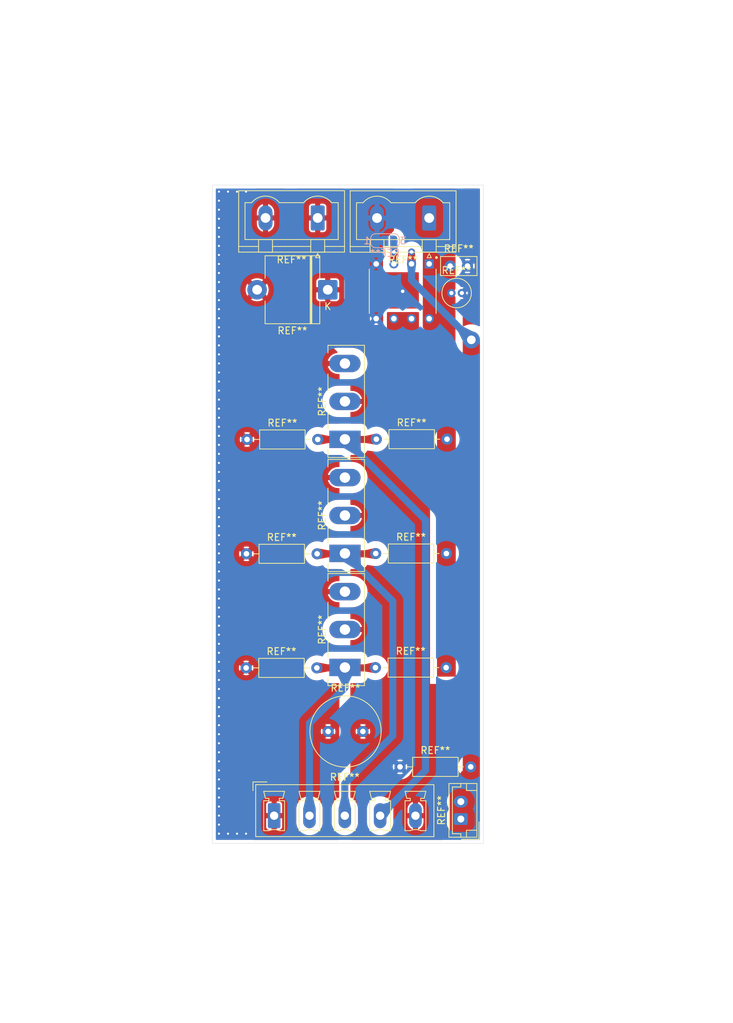
<source format=kicad_pcb>
(kicad_pcb (version 20241229) (generator "pcbnew") (generator_version "9.0")
  (layers (0 "F.Cu" signal) (4 "In1.Cu" signal) (6 "In2.Cu" signal) (2 "B.Cu" signal) (13 "F.Paste" user) (15 "B.Paste" user) (5 "F.SilkS" user "F.Silkscreen") (7 "B.SilkS" user "B.Silkscreen") (1 "F.Mask" user) (3 "B.Mask" user) (25 "Edge.Cuts" user))
  (net 0 "")
  (net 1 "Gate1")
  (net 2 "Gate2")
  (net 3 "Gate3")
  (net 4 "Source")
  (net 5 "Drain")
  (net 6 "GND")
  (net 7 "VCC")
  (net 8 "NC")
  (net 9 "OUTPUT")
  (net 10 "INPUT")
  (footprint "Resistor_THT:R_Axial_DIN0207_L6.3mm_D2.5mm_P10.16mm_Horizontal" (layer "F.Cu") (at 106.99 154.47)
    (property "Reference" "REF**" (at 5.08 -2.37 0) (layer "F.SilkS"))
    (property "Value" "R_Axial_DIN0207_L6.3mm_D2.5mm_P10.16mm_Horizontal" (hide yes))
    (fp_line (start 1.04 0) (end 1.81 0) (stroke (width 0.12)) (layer "F.SilkS"))
    (fp_line (start 9.12 0) (end 8.35 0) (stroke (width 0.12)) (layer "F.SilkS"))
    (fp_rect (start 1.81 -1.37) (end 8.35 1.37) (stroke (width 0.12)) (fill no) (layer "F.SilkS"))
    (pad "1" thru_hole circle (at 0 0) (size 1.6 1.6) (drill 0.8) (layers "*.Cu" "*.Mask") (net 6 "GND"))
    (pad "2" thru_hole circle (at 10.16 0) (size 1.6 1.6) (drill 0.8) (layers "*.Cu" "*.Mask") (net 10 "INPUT"))
  )
  (footprint "Package_TO_SOT_THT:TO-247-3_Vertical" (layer "F.Cu") (at 99.065 107.38 90)
    (property "Reference" "REF**" (at 5.45 -3.28 90) (layer "F.SilkS"))
    (property "Value" "TO-247-3_Vertical")
    (fp_line (start 13.51 -2.44) (end 13.51 2.81) (stroke (width 0.12)) (layer "F.SilkS"))
    (fp_line (start 12.41 -2.44) (end 13.51 -2.44) (stroke (width 0.12)) (layer "F.SilkS"))
    (fp_line (start 7.255 -2.44) (end 7.255 -2.22) (stroke (width 0.12)) (layer "F.SilkS"))
    (fp_line (start 6.96 -2.44) (end 9.39 -2.44) (stroke (width 0.12)) (layer "F.SilkS"))
    (fp_line (start 3.645 -2.44) (end 3.645 -2.22) (stroke (width 0.12)) (layer "F.SilkS"))
    (fp_line (start 1.51 -2.44) (end 3.94 -2.44) (stroke (width 0.12)) (layer "F.SilkS"))
    (fp_line (start -2.61 -2.44) (end -1.51 -2.44) (stroke (width 0.12)) (layer "F.SilkS"))
    (fp_line (start 13.51 2.81) (end -2.61 2.81) (stroke (width 0.12)) (layer "F.SilkS"))
    (fp_line (start -2.61 2.81) (end -2.61 -2.44) (stroke (width 0.12)) (layer "F.SilkS"))
    (pad "1" thru_hole rect (at 0 0 90) (size 2.5 4.5) (drill 1.5) (layers "*.Cu" "*.Mask") (net 1 "Gate1"))
    (pad "2" thru_hole oval (at 5.45 0 90) (size 2.5 4.5) (drill 1.5) (layers "*.Cu" "*.Mask") (net 5 "Drain"))
    (pad "3" thru_hole oval (at 10.9 0 90) (size 2.5 4.5) (drill 1.5) (layers "*.Cu" "*.Mask") (net 4 "Source"))
  )
  (footprint "Resistor_THT:R_Axial_DIN0207_L6.3mm_D2.5mm_P10.16mm_Horizontal" (layer "F.Cu") (at 84.905 123.84)
    (property "Reference" "REF**" (at 5.08 -2.37 0) (layer "F.SilkS"))
    (property "Value" "R_Axial_DIN0207_L6.3mm_D2.5mm_P10.16mm_Horizontal" (hide yes))
    (fp_line (start 1.04 0) (end 1.81 0) (stroke (width 0.12)) (layer "F.SilkS"))
    (fp_line (start 9.12 0) (end 8.35 0) (stroke (width 0.12)) (layer "F.SilkS"))
    (fp_rect (start 1.81 -1.37) (end 8.35 1.37) (stroke (width 0.12)) (fill no) (layer "F.SilkS"))
    (pad "1" thru_hole circle (at 0 0) (size 1.6 1.6) (drill 0.8) (layers "*.Cu" "*.Mask") (net 4 "Source"))
    (pad "2" thru_hole circle (at 10.16 0) (size 1.6 1.6) (drill 0.8) (layers "*.Cu" "*.Mask") (net 2 "Gate2"))
  )
  (footprint "Capacitor_THT:C_Radial_D4.0mm_H5.0mm_P1.50mm" (layer "F.Cu") (at 114.375 86.35)
    (property "Reference" "REF**" (at 0.75 -3.25 0) (layer "F.SilkS"))
    (property "Value" "C_Radial_D4.0mm_H5.0mm_P1.50mm" (hide yes))
    (fp_circle (center 0.75 0) (end 2.87 0) (stroke (width 0.12)) (fill no) (layer "F.SilkS"))
    (pad "1" thru_hole circle (at 0 0) (size 1.2 1.2) (drill 0.6) (layers "*.Cu" "*.Mask") (net 7 "VCC"))
    (pad "2" thru_hole circle (at 1.5 0) (size 1.2 1.2) (drill 0.6) (layers "*.Cu" "*.Mask") (net 6 "GND"))
  )
  (footprint "Resistor_THT:R_Axial_DIN0207_L6.3mm_D2.5mm_P10.16mm_Horizontal" (layer "F.Cu") (at 103.455 140.2)
    (property "Reference" "REF**" (at 5.08 -2.37 0) (layer "F.SilkS"))
    (property "Value" "R_Axial_DIN0207_L6.3mm_D2.5mm_P10.16mm_Horizontal" (hide yes))
    (fp_line (start 1.04 0) (end 1.81 0) (stroke (width 0.12)) (layer "F.SilkS"))
    (fp_line (start 9.12 0) (end 8.35 0) (stroke (width 0.12)) (layer "F.SilkS"))
    (fp_rect (start 1.81 -1.37) (end 8.35 1.37) (stroke (width 0.12)) (fill no) (layer "F.SilkS"))
    (pad "1" thru_hole circle (at 0 0) (size 1.6 1.6) (drill 0.8) (layers "*.Cu" "*.Mask") (net 3 "Gate3"))
    (pad "2" thru_hole circle (at 10.16 0) (size 1.6 1.6) (drill 0.8) (layers "*.Cu" "*.Mask") (net 9 "OUTPUT"))
  )
  (footprint "Resistor_THT:R_Axial_DIN0207_L6.3mm_D2.5mm_P10.16mm_Horizontal" (layer "F.Cu") (at 84.995 107.4)
    (property "Reference" "REF**" (at 5.08 -2.37 0) (layer "F.SilkS"))
    (property "Value" "R_Axial_DIN0207_L6.3mm_D2.5mm_P10.16mm_Horizontal" (hide yes))
    (fp_line (start 1.04 0) (end 1.81 0) (stroke (width 0.12)) (layer "F.SilkS"))
    (fp_line (start 9.12 0) (end 8.35 0) (stroke (width 0.12)) (layer "F.SilkS"))
    (fp_rect (start 1.81 -1.37) (end 8.35 1.37) (stroke (width 0.12)) (fill no) (layer "F.SilkS"))
    (pad "1" thru_hole circle (at 0 0) (size 1.6 1.6) (drill 0.8) (layers "*.Cu" "*.Mask") (net 4 "Source"))
    (pad "2" thru_hole circle (at 10.16 0) (size 1.6 1.6) (drill 0.8) (layers "*.Cu" "*.Mask") (net 1 "Gate1"))
  )
  (footprint "Connector_Phoenix_MC_HighVoltage:PhoenixContact_MCV_1,5_5-G-5.08_1x05_P5.08mm_Vertical" (layer "F.Cu") (at 88.8875 161.4875)
    (property "Reference" "REF**" (at 10.16 -5.55 0) (layer "F.SilkS"))
    (property "Value" "PhoenixContact_MCV_1,5_5-G-5.08_1x05_P5.08mm_Vertical")
    (fp_line (start -3.04 -4.85) (end -1.04 -4.85) (stroke (width 0.12)) (layer "F.SilkS"))
    (fp_line (start -3.04 -3.6) (end -3.04 -4.85) (stroke (width 0.12)) (layer "F.SilkS"))
    (fp_line (start -2.65 -4.46) (end -2.65 3.01) (stroke (width 0.12)) (layer "F.SilkS"))
    (fp_line (start -2.65 3.01) (end 22.97 3.01) (stroke (width 0.12)) (layer "F.SilkS"))
    (fp_line (start -1.5 -3.5) (end 1.5 -3.5) (stroke (width 0.12)) (layer "F.SilkS"))
    (fp_line (start -1.5 -2.15) (end -0.75 -2.15) (stroke (width 0.12)) (layer "F.SilkS"))
    (fp_line (start -1.5 2.15) (end -1.5 -2.15) (stroke (width 0.12)) (layer "F.SilkS"))
    (fp_line (start -1.25 -2.5) (end -1.5 -3.5) (stroke (width 0.12)) (layer "F.SilkS"))
    (fp_line (start -0.75 -2.5) (end -1.25 -2.5) (stroke (width 0.12)) (layer "F.SilkS"))
    (fp_line (start -0.75 -2.15) (end -0.75 -2.5) (stroke (width 0.12)) (layer "F.SilkS"))
    (fp_line (start -0.75 2.15) (end -1.5 2.15) (stroke (width 0.12)) (layer "F.SilkS"))
    (fp_line (start 0.75 -2.5) (end 0.75 -2.15) (stroke (width 0.12)) (layer "F.SilkS"))
    (fp_line (start 0.75 -2.15) (end 1.5 -2.15) (stroke (width 0.12)) (layer "F.SilkS"))
    (fp_line (start 1.25 -2.5) (end 0.75 -2.5) (stroke (width 0.12)) (layer "F.SilkS"))
    (fp_line (start 1.5 -3.5) (end 1.25 -2.5) (stroke (width 0.12)) (layer "F.SilkS"))
    (fp_line (start 1.5 -2.15) (end 1.5 2.15) (stroke (width 0.12)) (layer "F.SilkS"))
    (fp_line (start 1.5 2.15) (end 0.75 2.15) (stroke (width 0.12)) (layer "F.SilkS"))
    (fp_line (start 3.58 -3.5) (end 6.58 -3.5) (stroke (width 0.12)) (layer "F.SilkS"))
    (fp_line (start 3.58 -2.15) (end 4.33 -2.15) (stroke (width 0.12)) (layer "F.SilkS"))
    (fp_line (start 3.58 2.15) (end 3.58 -2.15) (stroke (width 0.12)) (layer "F.SilkS"))
    (fp_line (start 3.83 -2.5) (end 3.58 -3.5) (stroke (width 0.12)) (layer "F.SilkS"))
    (fp_line (start 4.33 -2.5) (end 3.83 -2.5) (stroke (width 0.12)) (layer "F.SilkS"))
    (fp_line (start 4.33 -2.15) (end 4.33 -2.5) (stroke (width 0.12)) (layer "F.SilkS"))
    (fp_line (start 4.33 2.15) (end 3.58 2.15) (stroke (width 0.12)) (layer "F.SilkS"))
    (fp_line (start 5.83 -2.5) (end 5.83 -2.15) (stroke (width 0.12)) (layer "F.SilkS"))
    (fp_line (start 5.83 -2.15) (end 6.58 -2.15) (stroke (width 0.12)) (layer "F.SilkS"))
    (fp_line (start 6.33 -2.5) (end 5.83 -2.5) (stroke (width 0.12)) (layer "F.SilkS"))
    (fp_line (start 6.58 -3.5) (end 6.33 -2.5) (stroke (width 0.12)) (layer "F.SilkS"))
    (fp_line (start 6.58 -2.15) (end 6.58 2.15) (stroke (width 0.12)) (layer "F.SilkS"))
    (fp_line (start 6.58 2.15) (end 5.83 2.15) (stroke (width 0.12)) (layer "F.SilkS"))
    (fp_line (start 8.66 -3.5) (end 11.66 -3.5) (stroke (width 0.12)) (layer "F.SilkS"))
    (fp_line (start 8.66 -2.15) (end 9.41 -2.15) (stroke (width 0.12)) (layer "F.SilkS"))
    (fp_line (start 8.66 2.15) (end 8.66 -2.15) (stroke (width 0.12)) (layer "F.SilkS"))
    (fp_line (start 8.91 -2.5) (end 8.66 -3.5) (stroke (width 0.12)) (layer "F.SilkS"))
    (fp_line (start 9.41 -2.5) (end 8.91 -2.5) (stroke (width 0.12)) (layer "F.SilkS"))
    (fp_line (start 9.41 -2.15) (end 9.41 -2.5) (stroke (width 0.12)) (layer "F.SilkS"))
    (fp_line (start 9.41 2.15) (end 8.66 2.15) (stroke (width 0.12)) (layer "F.SilkS"))
    (fp_line (start 10.91 -2.5) (end 10.91 -2.15) (stroke (width 0.12)) (layer "F.SilkS"))
    (fp_line (start 10.91 -2.15) (end 11.66 -2.15) (stroke (width 0.12)) (layer "F.SilkS"))
    (fp_line (start 11.41 -2.5) (end 10.91 -2.5) (stroke (width 0.12)) (layer "F.SilkS"))
    (fp_line (start 11.66 -3.5) (end 11.41 -2.5) (stroke (width 0.12)) (layer "F.SilkS"))
    (fp_line (start 11.66 -2.15) (end 11.66 2.15) (stroke (width 0.12)) (layer "F.SilkS"))
    (fp_line (start 11.66 2.15) (end 10.91 2.15) (stroke (width 0.12)) (layer "F.SilkS"))
    (fp_line (start 13.74 -3.5) (end 16.74 -3.5) (stroke (width 0.12)) (layer "F.SilkS"))
    (fp_line (start 13.74 -2.15) (end 14.49 -2.15) (stroke (width 0.12)) (layer "F.SilkS"))
    (fp_line (start 13.74 2.15) (end 13.74 -2.15) (stroke (width 0.12)) (layer "F.SilkS"))
    (fp_line (start 13.99 -2.5) (end 13.74 -3.5) (stroke (width 0.12)) (layer "F.SilkS"))
    (fp_line (start 14.49 -2.5) (end 13.99 -2.5) (stroke (width 0.12)) (layer "F.SilkS"))
    (fp_line (start 14.49 -2.15) (end 14.49 -2.5) (stroke (width 0.12)) (layer "F.SilkS"))
    (fp_line (start 14.49 2.15) (end 13.74 2.15) (stroke (width 0.12)) (layer "F.SilkS"))
    (fp_line (start 15.99 -2.5) (end 15.99 -2.15) (stroke (width 0.12)) (layer "F.SilkS"))
    (fp_line (start 15.99 -2.15) (end 16.74 -2.15) (stroke (width 0.12)) (layer "F.SilkS"))
    (fp_line (start 16.49 -2.5) (end 15.99 -2.5) (stroke (width 0.12)) (layer "F.SilkS"))
    (fp_line (start 16.74 -3.5) (end 16.49 -2.5) (stroke (width 0.12)) (layer "F.SilkS"))
    (fp_line (start 16.74 -2.15) (end 16.74 2.15) (stroke (width 0.12)) (layer "F.SilkS"))
    (fp_line (start 16.74 2.15) (end 15.99 2.15) (stroke (width 0.12)) (layer "F.SilkS"))
    (fp_line (start 18.82 -3.5) (end 21.82 -3.5) (stroke (width 0.12)) (layer "F.SilkS"))
    (fp_line (start 18.82 -2.15) (end 19.57 -2.15) (stroke (width 0.12)) (layer "F.SilkS"))
    (fp_line (start 18.82 2.15) (end 18.82 -2.15) (stroke (width 0.12)) (layer "F.SilkS"))
    (fp_line (start 19.07 -2.5) (end 18.82 -3.5) (stroke (width 0.12)) (layer "F.SilkS"))
    (fp_line (start 19.57 -2.5) (end 19.07 -2.5) (stroke (width 0.12)) (layer "F.SilkS"))
    (fp_line (start 19.57 -2.15) (end 19.57 -2.5) (stroke (width 0.12)) (layer "F.SilkS"))
    (fp_line (start 19.57 2.15) (end 18.82 2.15) (stroke (width 0.12)) (layer "F.SilkS"))
    (fp_line (start 21.07 -2.5) (end 21.07 -2.15) (stroke (width 0.12)) (layer "F.SilkS"))
    (fp_line (start 21.07 -2.15) (end 21.82 -2.15) (stroke (width 0.12)) (layer "F.SilkS"))
    (fp_line (start 21.57 -2.5) (end 21.07 -2.5) (stroke (width 0.12)) (layer "F.SilkS"))
    (fp_line (start 21.82 -3.5) (end 21.57 -2.5) (stroke (width 0.12)) (layer "F.SilkS"))
    (fp_line (start 21.82 -2.15) (end 21.82 2.15) (stroke (width 0.12)) (layer "F.SilkS"))
    (fp_line (start 21.82 2.15) (end 21.07 2.15) (stroke (width 0.12)) (layer "F.SilkS"))
    (fp_line (start 22.97 -4.46) (end -2.65 -4.46) (stroke (width 0.12)) (layer "F.SilkS"))
    (fp_line (start 22.97 3.01) (end 22.97 -4.46) (stroke (width 0.12)) (layer "F.SilkS"))
    (fp_arc (start -0.75 2.15) (mid -0.000193 1.99191) (end 0.749647 2.149844) (stroke (width 0.12)) (layer "F.SilkS"))
    (fp_arc (start 4.33 2.15) (mid 5.079807 1.99191) (end 5.829647 2.149844) (stroke (width 0.12)) (layer "F.SilkS"))
    (fp_arc (start 9.41 2.15) (mid 10.159807 1.99191) (end 10.909647 2.149844) (stroke (width 0.12)) (layer "F.SilkS"))
    (fp_arc (start 14.49 2.15) (mid 15.239807 1.99191) (end 15.989647 2.149844) (stroke (width 0.12)) (layer "F.SilkS"))
    (fp_arc (start 19.57 2.15) (mid 20.319807 1.99191) (end 21.069647 2.149844) (stroke (width 0.12)) (layer "F.SilkS"))
    (pad "1" thru_hole roundrect (at 0 0) (size 1.8 3.6) (drill 1.2) (layers "*.Cu" "*.Mask") (roundrect_rratio 0.138889) (net 4 "Source"))
    (pad "2" thru_hole oval (at 5.08 0) (size 1.8 3.6) (drill 1.2) (layers "*.Cu" "*.Mask") (net 3 "Gate3"))
    (pad "3" thru_hole oval (at 10.16 0) (size 1.8 3.6) (drill 1.2) (layers "*.Cu" "*.Mask") (net 2 "Gate2"))
    (pad "4" thru_hole oval (at 15.24 0) (size 1.8 3.6) (drill 1.2) (layers "*.Cu" "*.Mask") (net 1 "Gate1"))
    (pad "5" thru_hole oval (at 20.32 0) (size 1.8 3.6) (drill 1.2) (layers "*.Cu" "*.Mask") (net 5 "Drain"))
  )
  (footprint "Diode_THT:D_5KP_P10.16mm_Horizontal" (layer "F.Cu") (at 96.6 85.88 180)
    (property "Reference" "REF**" (at 5.08 -5.885 0) (layer "F.SilkS"))
    (property "Value" "D_5KP_P10.16mm_Horizontal")
    (fp_line (start 9.01 4.885) (end 9.01 1.64) (stroke (width 0.12)) (layer "F.SilkS"))
    (fp_line (start 9.01 -4.885) (end 9.01 -1.64) (stroke (width 0.12)) (layer "F.SilkS"))
    (fp_line (start 2.533 -4.885) (end 2.533 4.885) (stroke (width 0.12)) (layer "F.SilkS"))
    (fp_line (start 2.413 -4.885) (end 2.413 4.885) (stroke (width 0.12)) (layer "F.SilkS"))
    (fp_line (start 2.293 -4.885) (end 2.293 4.885) (stroke (width 0.12)) (layer "F.SilkS"))
    (fp_line (start 1.15 4.885) (end 9.01 4.885) (stroke (width 0.12)) (layer "F.SilkS"))
    (fp_line (start 1.15 1.64) (end 1.15 4.885) (stroke (width 0.12)) (layer "F.SilkS"))
    (fp_line (start 1.15 -1.64) (end 1.15 -4.885) (stroke (width 0.12)) (layer "F.SilkS"))
    (fp_line (start 1.15 -4.885) (end 9.01 -4.885) (stroke (width 0.12)) (layer "F.SilkS"))
    (fp_text user "K" (at 0 -2.4 0) (layer "F.SilkS"))
    (pad "1" thru_hole roundrect (at 0 0 180) (size 2.8 2.8) (drill 1.4) (layers "*.Cu" "*.Mask") (roundrect_rratio 0.089286) (net 5 "Drain"))
    (pad "2" thru_hole circle (at 10.16 0 180) (size 2.8 2.8) (drill 1.4) (layers "*.Cu" "*.Mask") (net 4 "Source"))
  )
  (footprint "Package_TO_SOT_THT:TO-247-3_Vertical" (layer "F.Cu") (at 99.065 123.78 90)
    (property "Reference" "REF**" (at 5.45 -3.28 90) (layer "F.SilkS"))
    (property "Value" "TO-247-3_Vertical")
    (fp_line (start 13.51 -2.44) (end 13.51 2.81) (stroke (width 0.12)) (layer "F.SilkS"))
    (fp_line (start 12.41 -2.44) (end 13.51 -2.44) (stroke (width 0.12)) (layer "F.SilkS"))
    (fp_line (start 7.255 -2.44) (end 7.255 -2.22) (stroke (width 0.12)) (layer "F.SilkS"))
    (fp_line (start 6.96 -2.44) (end 9.39 -2.44) (stroke (width 0.12)) (layer "F.SilkS"))
    (fp_line (start 3.645 -2.44) (end 3.645 -2.22) (stroke (width 0.12)) (layer "F.SilkS"))
    (fp_line (start 1.51 -2.44) (end 3.94 -2.44) (stroke (width 0.12)) (layer "F.SilkS"))
    (fp_line (start -2.61 -2.44) (end -1.51 -2.44) (stroke (width 0.12)) (layer "F.SilkS"))
    (fp_line (start 13.51 2.81) (end -2.61 2.81) (stroke (width 0.12)) (layer "F.SilkS"))
    (fp_line (start -2.61 2.81) (end -2.61 -2.44) (stroke (width 0.12)) (layer "F.SilkS"))
    (pad "1" thru_hole rect (at 0 0 90) (size 2.5 4.5) (drill 1.5) (layers "*.Cu" "*.Mask") (net 2 "Gate2"))
    (pad "2" thru_hole oval (at 5.45 0 90) (size 2.5 4.5) (drill 1.5) (layers "*.Cu" "*.Mask") (net 5 "Drain"))
    (pad "3" thru_hole oval (at 10.9 0 90) (size 2.5 4.5) (drill 1.5) (layers "*.Cu" "*.Mask") (net 4 "Source"))
  )
  (footprint "Package_TO_SOT_THT:TO-247-3_Vertical" (layer "F.Cu") (at 99.065 140.18 90)
    (property "Reference" "REF**" (at 5.45 -3.28 90) (layer "F.SilkS"))
    (property "Value" "TO-247-3_Vertical")
    (fp_line (start 13.51 -2.44) (end 13.51 2.81) (stroke (width 0.12)) (layer "F.SilkS"))
    (fp_line (start 12.41 -2.44) (end 13.51 -2.44) (stroke (width 0.12)) (layer "F.SilkS"))
    (fp_line (start 7.255 -2.44) (end 7.255 -2.22) (stroke (width 0.12)) (layer "F.SilkS"))
    (fp_line (start 6.96 -2.44) (end 9.39 -2.44) (stroke (width 0.12)) (layer "F.SilkS"))
    (fp_line (start 3.645 -2.44) (end 3.645 -2.22) (stroke (width 0.12)) (layer "F.SilkS"))
    (fp_line (start 1.51 -2.44) (end 3.94 -2.44) (stroke (width 0.12)) (layer "F.SilkS"))
    (fp_line (start -2.61 -2.44) (end -1.51 -2.44) (stroke (width 0.12)) (layer "F.SilkS"))
    (fp_line (start 13.51 2.81) (end -2.61 2.81) (stroke (width 0.12)) (layer "F.SilkS"))
    (fp_line (start -2.61 2.81) (end -2.61 -2.44) (stroke (width 0.12)) (layer "F.SilkS"))
    (pad "1" thru_hole rect (at 0 0 90) (size 2.5 4.5) (drill 1.5) (layers "*.Cu" "*.Mask") (net 3 "Gate3"))
    (pad "2" thru_hole oval (at 5.45 0 90) (size 2.5 4.5) (drill 1.5) (layers "*.Cu" "*.Mask") (net 5 "Drain"))
    (pad "3" thru_hole oval (at 10.9 0 90) (size 2.5 4.5) (drill 1.5) (layers "*.Cu" "*.Mask") (net 4 "Source"))
  )
  (footprint "Connector_Phoenix_GMSTB:PhoenixContact_GMSTBVA_2,5_2-G_1x02_P7.50mm_Vertical" (layer "F.Cu") (at 111.18 75.57 180)
    (property "Reference" "REF**" (at 3.75 -6 0) (layer "F.SilkS"))
    (property "Value" "PhoenixContact_GMSTBVA_2,5_2-G_1x02_P7.50mm_Vertical")
    (fp_line (start 11.36 3.91) (end 11.36 -4.91) (stroke (width 0.12)) (layer "F.SilkS"))
    (fp_line (start 11.36 -4.1) (end 8.61 -4.1) (stroke (width 0.12)) (layer "F.SilkS"))
    (fp_line (start 11.36 -4.91) (end -3.86 -4.91) (stroke (width 0.12)) (layer "F.SilkS"))
    (fp_line (start 10.45 2.2) (end 9.5 2.2) (stroke (width 0.12)) (layer "F.SilkS"))
    (fp_line (start 10.45 -3.1) (end 10.45 2.2) (stroke (width 0.12)) (layer "F.SilkS"))
    (fp_line (start 8.5 -3.1) (end 6.5 -3.1) (stroke (width 0.12)) (layer "F.SilkS"))
    (fp_line (start 8.5 -4.91) (end 8.5 -3.1) (stroke (width 0.12)) (layer "F.SilkS"))
    (fp_line (start 6.5 -3.1) (end 6.5 -4.91) (stroke (width 0.12)) (layer "F.SilkS"))
    (fp_line (start 6.5 -4.91) (end 8.5 -4.91) (stroke (width 0.12)) (layer "F.SilkS"))
    (fp_line (start 2 2.2) (end 5.5 2.2) (stroke (width 0.12)) (layer "F.SilkS"))
    (fp_line (start 1 -3.1) (end -1 -3.1) (stroke (width 0.12)) (layer "F.SilkS"))
    (fp_line (start 1 -4.1) (end 6.5 -4.1) (stroke (width 0.12)) (layer "F.SilkS"))
    (fp_line (start 1 -4.91) (end 1 -3.1) (stroke (width 0.12)) (layer "F.SilkS"))
    (fp_line (start 0.3 -5.71) (end 0 -5.11) (stroke (width 0.12)) (layer "F.SilkS"))
    (fp_line (start 0 -5.11) (end -0.3 -5.71) (stroke (width 0.12)) (layer "F.SilkS"))
    (fp_line (start -0.3 -5.71) (end 0.3 -5.71) (stroke (width 0.12)) (layer "F.SilkS"))
    (fp_line (start -1 -3.1) (end -1 -4.91) (stroke (width 0.12)) (layer "F.SilkS"))
    (fp_line (start -1 -4.91) (end 1 -4.91) (stroke (width 0.12)) (layer "F.SilkS"))
    (fp_line (start -2 2.2) (end -2.95 2.2) (stroke (width 0.12)) (layer "F.SilkS"))
    (fp_line (start -2.95 2.2) (end -2.95 -3.1) (stroke (width 0.12)) (layer "F.SilkS"))
    (fp_line (start -2.95 -3.1) (end 10.45 -3.1) (stroke (width 0.12)) (layer "F.SilkS"))
    (fp_line (start -3.86 3.91) (end 11.36 3.91) (stroke (width 0.12)) (layer "F.SilkS"))
    (fp_line (start -3.86 -4.1) (end -1.11 -4.1) (stroke (width 0.12)) (layer "F.SilkS"))
    (fp_line (start -3.86 -4.91) (end -3.86 3.91) (stroke (width 0.12)) (layer "F.SilkS"))
    (fp_arc (start 9.486842 2.215821) (mid 7.489711 3.142758) (end 5.5 2.2) (stroke (width 0.12)) (layer "F.SilkS"))
    (fp_arc (start 1.986842 2.215821) (mid -0.010289 3.142758) (end -2 2.2) (stroke (width 0.12)) (layer "F.SilkS"))
    (pad "1" thru_hole roundrect (at 0 0 180) (size 2 3.6) (drill 1.4) (layers "*.Cu" "*.Mask") (roundrect_rratio 0.125) (net 7 "VCC"))
    (pad "2" thru_hole oval (at 7.5 0 180) (size 2 3.6) (drill 1.4) (layers "*.Cu" "*.Mask") (net 6 "GND"))
  )
  (footprint "Resistor_THT:R_Axial_DIN0207_L6.3mm_D2.5mm_P10.16mm_Horizontal" (layer "F.Cu") (at 103.585 107.36)
    (property "Reference" "REF**" (at 5.08 -2.37 0) (layer "F.SilkS"))
    (property "Value" "R_Axial_DIN0207_L6.3mm_D2.5mm_P10.16mm_Horizontal" (hide yes))
    (fp_line (start 1.04 0) (end 1.81 0) (stroke (width 0.12)) (layer "F.SilkS"))
    (fp_line (start 9.12 0) (end 8.35 0) (stroke (width 0.12)) (layer "F.SilkS"))
    (fp_rect (start 1.81 -1.37) (end 8.35 1.37) (stroke (width 0.12)) (fill no) (layer "F.SilkS"))
    (pad "1" thru_hole circle (at 0 0) (size 1.6 1.6) (drill 0.8) (layers "*.Cu" "*.Mask") (net 1 "Gate1"))
    (pad "2" thru_hole circle (at 10.16 0) (size 1.6 1.6) (drill 0.8) (layers "*.Cu" "*.Mask") (net 9 "OUTPUT"))
  )
  (footprint "Resistor_THT:R_Axial_DIN0207_L6.3mm_D2.5mm_P10.16mm_Horizontal" (layer "F.Cu") (at 103.495 123.8)
    (property "Reference" "REF**" (at 5.08 -2.37 0) (layer "F.SilkS"))
    (property "Value" "R_Axial_DIN0207_L6.3mm_D2.5mm_P10.16mm_Horizontal" (hide yes))
    (fp_line (start 1.04 0) (end 1.81 0) (stroke (width 0.12)) (layer "F.SilkS"))
    (fp_line (start 9.12 0) (end 8.35 0) (stroke (width 0.12)) (layer "F.SilkS"))
    (fp_rect (start 1.81 -1.37) (end 8.35 1.37) (stroke (width 0.12)) (fill no) (layer "F.SilkS"))
    (pad "1" thru_hole circle (at 0 0) (size 1.6 1.6) (drill 0.8) (layers "*.Cu" "*.Mask") (net 2 "Gate2"))
    (pad "2" thru_hole circle (at 10.16 0) (size 1.6 1.6) (drill 0.8) (layers "*.Cu" "*.Mask") (net 9 "OUTPUT"))
  )
  (footprint "Capacitor_THT:C_Radial_D10.0mm_H16.0mm_P5.00mm" (layer "F.Cu") (at 96.65 149.38)
    (property "Reference" "REF**" (at 2.5 -6.25 0) (layer "F.SilkS"))
    (property "Value" "C_Radial_D10.0mm_H16.0mm_P5.00mm")
    (fp_circle (center 2.5 0) (end 7.62 0) (stroke (width 0.12)) (fill no) (layer "F.SilkS"))
    (pad "1" thru_hole circle (at 0 0) (size 1.6 1.6) (drill 0.8) (layers "*.Cu" "*.Mask") (net 4 "Source"))
    (pad "2" thru_hole circle (at 5 0) (size 1.6 1.6) (drill 0.8) (layers "*.Cu" "*.Mask") (net 5 "Drain"))
  )
  (footprint "Resistor_THT:R_Axial_DIN0207_L6.3mm_D2.5mm_P10.16mm_Horizontal" (layer "F.Cu") (at 84.865 140.24)
    (property "Reference" "REF**" (at 5.08 -2.37 0) (layer "F.SilkS"))
    (property "Value" "R_Axial_DIN0207_L6.3mm_D2.5mm_P10.16mm_Horizontal" (hide yes))
    (fp_line (start 1.04 0) (end 1.81 0) (stroke (width 0.12)) (layer "F.SilkS"))
    (fp_line (start 9.12 0) (end 8.35 0) (stroke (width 0.12)) (layer "F.SilkS"))
    (fp_rect (start 1.81 -1.37) (end 8.35 1.37) (stroke (width 0.12)) (fill no) (layer "F.SilkS"))
    (pad "1" thru_hole circle (at 0 0) (size 1.6 1.6) (drill 0.8) (layers "*.Cu" "*.Mask") (net 4 "Source"))
    (pad "2" thru_hole circle (at 10.16 0) (size 1.6 1.6) (drill 0.8) (layers "*.Cu" "*.Mask") (net 3 "Gate3"))
  )
  (footprint "Package_DirectFET:DIP787W46P254L927H533Q8" (layer "F.Cu") (at 107.37 86.1 -90)
    (property "Reference" "REF**" (hide yes))
    (property "Value" "DIP787W46P254L927H533Q8")
    (fp_line (start 3.18 4.8) (end -3.18 4.8) (stroke (width 0.127)) (layer "F.SilkS"))
    (fp_line (start -3.18 -4.8) (end 3.18 -4.8) (stroke (width 0.127)) (layer "F.SilkS"))
    (fp_circle (center -4.85 -4.85) (end -4.75 -4.85) (stroke (width 0.2)) (fill no) (layer "F.SilkS"))
    (pad "1" thru_hole rect (at -3.935 -3.81 270) (size 1.308 1.308) (drill 0.8) (layers "*.Cu" "*.Mask") (net 7 "VCC"))
    (pad "2" thru_hole circle (at -3.935 -1.27 270) (size 1.308 1.308) (drill 0.8) (layers "*.Cu" "*.Mask") (net 10 "INPUT"))
    (pad "3" thru_hole circle (at -3.935 1.27 270) (size 1.308 1.308) (drill 0.8) (layers "*.Cu" "*.Mask") (net 8 "NC"))
    (pad "4" thru_hole circle (at -3.935 3.81 270) (size 1.308 1.308) (drill 0.8) (layers "*.Cu" "*.Mask") (net 6 "GND"))
    (pad "5" thru_hole circle (at 3.935 3.81 270) (size 1.308 1.308) (drill 0.8) (layers "*.Cu" "*.Mask") (net 6 "GND"))
    (pad "6" thru_hole circle (at 3.935 1.27 270) (size 1.308 1.308) (drill 0.8) (layers "*.Cu" "*.Mask") (net 9 "OUTPUT"))
    (pad "7" thru_hole circle (at 3.935 -1.27 270) (size 1.308 1.308) (drill 0.8) (layers "*.Cu" "*.Mask") (net 9 "OUTPUT"))
    (pad "8" thru_hole circle (at 3.935 -3.81 270) (size 1.308 1.308) (drill 0.8) (layers "*.Cu" "*.Mask") (net 7 "VCC"))
  )
  (footprint "Capacitor_THT:C_Disc_D5.0mm_W2.5mm_P2.50mm" (layer "F.Cu") (at 114.185 82.47)
    (property "Reference" "REF**" (at 1.25 -2.5 0) (layer "F.SilkS"))
    (property "Value" "C_Disc_D5.0mm_W2.5mm_P2.50mm" (hide yes))
    (fp_line (start -1.37 -1.37) (end 3.87 -1.37) (stroke (width 0.12)) (layer "F.SilkS"))
    (fp_line (start -1.37 1.37) (end -1.37 -1.37) (stroke (width 0.12)) (layer "F.SilkS"))
    (fp_line (start 3.87 -1.37) (end 3.87 1.37) (stroke (width 0.12)) (layer "F.SilkS"))
    (fp_line (start 3.87 1.37) (end -1.37 1.37) (stroke (width 0.12)) (layer "F.SilkS"))
    (pad "1" thru_hole circle (at 0 0) (size 1.6 1.6) (drill 0.8) (layers "*.Cu" "*.Mask") (net 7 "VCC"))
    (pad "2" thru_hole circle (at 2.5 0) (size 1.6 1.6) (drill 0.8) (layers "*.Cu" "*.Mask") (net 6 "GND"))
  )
  (footprint "Connector_JST:JST_EH_B2B-EH-A_1x02_P2.50mm_Vertical" (layer "F.Cu") (at 115.73 161.97 90)
    (property "Reference" "REF**" (at 1.25 -2.8 90) (layer "F.SilkS"))
    (property "Value" "JST_EH_B2B-EH-A_1x02_P2.50mm_Vertical")
    (fp_line (start 5.11 -1.71) (end -2.61 -1.71) (stroke (width 0.12)) (layer "F.SilkS"))
    (fp_line (start -2.61 -1.71) (end -2.61 2.31) (stroke (width 0.12)) (layer "F.SilkS"))
    (fp_line (start 4.61 -1.21) (end 4.61 0) (stroke (width 0.12)) (layer "F.SilkS"))
    (fp_line (start -2.11 -1.21) (end 4.61 -1.21) (stroke (width 0.12)) (layer "F.SilkS"))
    (fp_line (start 4.61 0) (end 5.11 0) (stroke (width 0.12)) (layer "F.SilkS"))
    (fp_line (start -2.11 0) (end -2.11 -1.21) (stroke (width 0.12)) (layer "F.SilkS"))
    (fp_line (start -2.61 0) (end -2.11 0) (stroke (width 0.12)) (layer "F.SilkS"))
    (fp_line (start -2.91 0.11) (end -2.91 2.61) (stroke (width 0.12)) (layer "F.SilkS"))
    (fp_line (start 5.11 0.81) (end 4.11 0.81) (stroke (width 0.12)) (layer "F.SilkS"))
    (fp_line (start 4.11 0.81) (end 4.11 2.31) (stroke (width 0.12)) (layer "F.SilkS"))
    (fp_line (start -1.61 0.81) (end -1.61 2.31) (stroke (width 0.12)) (layer "F.SilkS"))
    (fp_line (start -2.61 0.81) (end -1.61 0.81) (stroke (width 0.12)) (layer "F.SilkS"))
    (fp_line (start 5.11 2.31) (end 5.11 -1.71) (stroke (width 0.12)) (layer "F.SilkS"))
    (fp_line (start -2.61 2.31) (end 5.11 2.31) (stroke (width 0.12)) (layer "F.SilkS"))
    (fp_line (start -2.91 2.61) (end -0.41 2.61) (stroke (width 0.12)) (layer "F.SilkS"))
    (pad "1" thru_hole roundrect (at 0 0 90) (size 1.7 2) (drill 1) (layers "*.Cu" "*.Mask") (roundrect_rratio 0.147059) (net 10 "INPUT"))
    (pad "2" thru_hole oval (at 2.5 0 90) (size 1.7 2) (drill 1) (layers "*.Cu" "*.Mask") (net 10 "INPUT"))
  )
  (footprint "Connector_Phoenix_GMSTB:PhoenixContact_GMSTBVA_2,5_2-G_1x02_P7.50mm_Vertical" (layer "F.Cu") (at 95.15 75.5575 180)
    (property "Reference" "REF**" (at 3.75 -6 0) (layer "F.SilkS"))
    (property "Value" "PhoenixContact_GMSTBVA_2,5_2-G_1x02_P7.50mm_Vertical")
    (fp_line (start 11.36 3.91) (end 11.36 -4.91) (stroke (width 0.12)) (layer "F.SilkS"))
    (fp_line (start 11.36 -4.1) (end 8.61 -4.1) (stroke (width 0.12)) (layer "F.SilkS"))
    (fp_line (start 11.36 -4.91) (end -3.86 -4.91) (stroke (width 0.12)) (layer "F.SilkS"))
    (fp_line (start 10.45 2.2) (end 9.5 2.2) (stroke (width 0.12)) (layer "F.SilkS"))
    (fp_line (start 10.45 -3.1) (end 10.45 2.2) (stroke (width 0.12)) (layer "F.SilkS"))
    (fp_line (start 8.5 -3.1) (end 6.5 -3.1) (stroke (width 0.12)) (layer "F.SilkS"))
    (fp_line (start 8.5 -4.91) (end 8.5 -3.1) (stroke (width 0.12)) (layer "F.SilkS"))
    (fp_line (start 6.5 -3.1) (end 6.5 -4.91) (stroke (width 0.12)) (layer "F.SilkS"))
    (fp_line (start 6.5 -4.91) (end 8.5 -4.91) (stroke (width 0.12)) (layer "F.SilkS"))
    (fp_line (start 2 2.2) (end 5.5 2.2) (stroke (width 0.12)) (layer "F.SilkS"))
    (fp_line (start 1 -3.1) (end -1 -3.1) (stroke (width 0.12)) (layer "F.SilkS"))
    (fp_line (start 1 -4.1) (end 6.5 -4.1) (stroke (width 0.12)) (layer "F.SilkS"))
    (fp_line (start 1 -4.91) (end 1 -3.1) (stroke (width 0.12)) (layer "F.SilkS"))
    (fp_line (start 0.3 -5.71) (end 0 -5.11) (stroke (width 0.12)) (layer "F.SilkS"))
    (fp_line (start 0 -5.11) (end -0.3 -5.71) (stroke (width 0.12)) (layer "F.SilkS"))
    (fp_line (start -0.3 -5.71) (end 0.3 -5.71) (stroke (width 0.12)) (layer "F.SilkS"))
    (fp_line (start -1 -3.1) (end -1 -4.91) (stroke (width 0.12)) (layer "F.SilkS"))
    (fp_line (start -1 -4.91) (end 1 -4.91) (stroke (width 0.12)) (layer "F.SilkS"))
    (fp_line (start -2 2.2) (end -2.95 2.2) (stroke (width 0.12)) (layer "F.SilkS"))
    (fp_line (start -2.95 2.2) (end -2.95 -3.1) (stroke (width 0.12)) (layer "F.SilkS"))
    (fp_line (start -2.95 -3.1) (end 10.45 -3.1) (stroke (width 0.12)) (layer "F.SilkS"))
    (fp_line (start -3.86 3.91) (end 11.36 3.91) (stroke (width 0.12)) (layer "F.SilkS"))
    (fp_line (start -3.86 -4.1) (end -1.11 -4.1) (stroke (width 0.12)) (layer "F.SilkS"))
    (fp_line (start -3.86 -4.91) (end -3.86 3.91) (stroke (width 0.12)) (layer "F.SilkS"))
    (fp_arc (start 9.486842 2.215821) (mid 7.489711 3.142758) (end 5.5 2.2) (stroke (width 0.12)) (layer "F.SilkS"))
    (fp_arc (start 1.986842 2.215821) (mid -0.010289 3.142758) (end -2 2.2) (stroke (width 0.12)) (layer "F.SilkS"))
    (pad "1" thru_hole roundrect (at 0 0 180) (size 2 3.6) (drill 1.4) (layers "*.Cu" "*.Mask") (roundrect_rratio 0.125) (net 5 "Drain"))
    (pad "2" thru_hole oval (at 7.5 0 180) (size 2 3.6) (drill 1.4) (layers "*.Cu" "*.Mask") (net 4 "Source"))
  )
  (footprint "Jumper:SolderJumper-3_P1.3mm_Bridged2Bar12_RoundedPad1.0x1.5mm_NumberLabels" (layer "B.Cu") (at 104.82 78.83)
    (property "Reference" "REF**" (at 0 1.8 180) (layer "B.SilkS") (effects (justify mirror)))
    (property "Value" "SolderJumper-3_P1.3mm_Bridged2Bar12_RoundedPad1.0x1.5mm_NumberLabels" (hide yes))
    (fp_poly (pts (xy -0.9 -0.2) (xy -0.4 -0.2) (xy -0.4 -0.6) (xy -0.9 -0.6)) (fill yes) (layer "B.Cu"))
    (fp_poly (pts (xy -0.9 0.6) (xy -0.4 0.6) (xy -0.4 0.2) (xy -0.9 0.2)) (fill yes) (layer "B.Cu"))
    (fp_line (start -2.05 -0.3) (end -2.05 0.3) (stroke (width 0.12)) (layer "B.SilkS"))
    (fp_line (start -1.4 1) (end 1.4 1) (stroke (width 0.12)) (layer "B.SilkS"))
    (fp_line (start 1.4 -1) (end -1.4 -1) (stroke (width 0.12)) (layer "B.SilkS"))
    (fp_line (start 2.05 0.3) (end 2.05 -0.3) (stroke (width 0.12)) (layer "B.SilkS"))
    (fp_arc (start -2.05 -0.3) (mid -1.844975 -0.794975) (end -1.35 -1) (stroke (width 0.12)) (layer "B.SilkS"))
    (fp_arc (start -1.35 1) (mid -1.844975 0.794975) (end -2.05 0.3) (stroke (width 0.12)) (layer "B.SilkS"))
    (fp_arc (start 1.35 -1) (mid 1.844975 -0.794975) (end 2.05 -0.3) (stroke (width 0.12)) (layer "B.SilkS"))
    (fp_arc (start 2.05 0.3) (mid 1.844975 0.794975) (end 1.35 1) (stroke (width 0.12)) (layer "B.SilkS"))
    (fp_text user "1" (at -2.6 0 180) (layer "B.SilkS") (effects (justify mirror)))
    (fp_text user "3" (at 2.6 0 180) (layer "B.SilkS") (effects (justify mirror)))
    (pad "1" smd custom (at -1.3 0) (size 1 0.5) (layers "B.Cu" "B.Mask") (net 6 "GND") (options (clearance outline) (anchor rect)) (primitives (gr_circle (center 0 -0.25) (end 0.5 -0.25) (width 0) (fill yes)) (gr_circle (center 0 0.25) (end 0.5 0.25) (width 0) (fill yes)) (gr_poly (pts (xy 0.55 -0.75) (xy 0 -0.75) (xy 0 0.75) (xy 0.55 0.75)) (width 0) (fill yes))))
    (pad "2" smd rect (at 0 0) (size 1 1.5) (layers "B.Cu" "B.Mask") (net 6 "GND"))
    (pad "3" smd custom (at 1.3 0) (size 1 0.5) (layers "B.Cu" "B.Mask") (net 8 "NC") (options (clearance outline) (anchor rect)) (primitives (gr_circle (center 0 -0.25) (end 0.5 -0.25) (width 0) (fill yes)) (gr_circle (center 0 0.25) (end 0.5 0.25) (width 0) (fill yes)) (gr_poly (pts (xy 0 -0.75) (xy -0.55 -0.75) (xy -0.55 0.75) (xy 0 0.75)) (width 0) (fill yes))))
  )
  (gr_rect (start 80 70.83) (end 118.97 165.47) (stroke (width 0.05)) (fill no) (layer "Edge.Cuts"))
  (segment (start 95.155 107.4) (end 103.545 107.4) (width 1.016) (layer "F.Cu") (net 1))
  (segment (start 103.545 107.4) (end 103.585 107.36) (width 1.016) (layer "F.Cu") (net 1))
  (segment (start 110.65 118.965) (end 110.65 154.965) (width 1.016) (layer "B.Cu") (net 1))
  (segment (start 99.065 107.38) (end 110.65 118.965) (width 1.016) (layer "B.Cu") (net 1))
  (segment (start 110.65 154.965) (end 104.1275 161.4875) (width 1.016) (layer "B.Cu") (net 1))
  (segment (start 103.455 123.84) (end 103.495 123.8) (width 1.016) (layer "F.Cu") (net 2))
  (segment (start 95.065 123.84) (end 103.455 123.84) (width 1.016) (layer "F.Cu") (net 2))
  (segment (start 105.95 130.665) (end 105.95 149.975) (width 1.016) (layer "B.Cu") (net 2))
  (segment (start 105.95 149.975) (end 99.0475 156.8775) (width 1.016) (layer "B.Cu") (net 2))
  (segment (start 99.065 123.78) (end 105.95 130.665) (width 1.016) (layer "B.Cu") (net 2))
  (segment (start 99.0475 156.8775) (end 99.0475 161.4875) (width 1.016) (layer "B.Cu") (net 2))
  (segment (start 95.025 140.24) (end 103.415 140.24) (width 1.016) (layer "F.Cu") (net 3))
  (segment (start 103.415 140.24) (end 103.455 140.2) (width 1.016) (layer "F.Cu") (net 3))
  (segment (start 93.9675 148.1825) (end 93.9675 161.4875) (width 1.016) (layer "B.Cu") (net 3))
  (segment (start 99.065 140.18) (end 99.065 143.085) (width 1.016) (layer "B.Cu") (net 3))
  (segment (start 99.065 143.085) (end 93.9675 148.1825) (width 1.016) (layer "B.Cu") (net 3))
  (via (at 80.95 92.575) (size 0.6) (drill 0.3) (layers "F.Cu" "B.Cu") (net 6))
  (via (at 80.95 95.175) (size 0.6) (drill 0.3) (layers "F.Cu" "B.Cu") (net 6))
  (via (at 80.95 118.575) (size 0.6) (drill 0.3) (layers "F.Cu" "B.Cu") (net 6))
  (via (at 80.95 102.975) (size 0.6) (drill 0.3) (layers "F.Cu" "B.Cu") (net 6))
  (via (at 80.95 125.075) (size 0.6) (drill 0.3) (layers "F.Cu" "B.Cu") (net 6))
  (via (at 80.95 135.475) (size 0.6) (drill 0.3) (layers "F.Cu" "B.Cu") (net 6))
  (via (at 80.95 88.675) (size 0.6) (drill 0.3) (layers "F.Cu" "B.Cu") (net 6))
  (via (at 80.95 121.175) (size 0.6) (drill 0.3) (layers "F.Cu" "B.Cu") (net 6))
  (via (at 80.95 144.575) (size 0.6) (drill 0.3) (layers "F.Cu" "B.Cu") (net 6))
  (via (at 80.95 89.975) (size 0.6) (drill 0.3) (layers "F.Cu" "B.Cu") (net 6))
  (via (at 80.95 97.775) (size 0.6) (drill 0.3) (layers "F.Cu" "B.Cu") (net 6))
  (via (at 80.95 119.875) (size 0.6) (drill 0.3) (layers "F.Cu" "B.Cu") (net 6))
  (via (at 80.95 151.075) (size 0.6) (drill 0.3) (layers "F.Cu" "B.Cu") (net 6))
  (via (at 80.95 117.275) (size 0.6) (drill 0.3) (layers "F.Cu" "B.Cu") (net 6))
  (via (at 80.95 84.775) (size 0.6) (drill 0.3) (layers "F.Cu" "B.Cu") (net 6))
  (via (at 80.95 82.175) (size 0.6) (drill 0.3) (layers "F.Cu" "B.Cu") (net 6))
  (via (at 80.95 100.375) (size 0.6) (drill 0.3) (layers "F.Cu" "B.Cu") (net 6))
  (via (at 80.95 128.975) (size 0.6) (drill 0.3) (layers "F.Cu" "B.Cu") (net 6))
  (via (at 80.95 74.375) (size 0.6) (drill 0.3) (layers "F.Cu" "B.Cu") (net 6))
  (via (at 80.95 96.475) (size 0.6) (drill 0.3) (layers "F.Cu" "B.Cu") (net 6))
  (via (at 80.95 78.275) (size 0.6) (drill 0.3) (layers "F.Cu" "B.Cu") (net 6))
  (via (at 80.95 157.575) (size 0.6) (drill 0.3) (layers "F.Cu" "B.Cu") (net 6))
  (via (at 83.55 71.775) (size 0.6) (drill 0.3) (layers "F.Cu" "B.Cu") (net 6))
  (via (at 80.95 152.375) (size 0.6) (drill 0.3) (layers "F.Cu" "B.Cu") (net 6))
  (via (at 80.95 104.275) (size 0.6) (drill 0.3) (layers "F.Cu" "B.Cu") (net 6))
  (via (at 80.95 160.175) (size 0.6) (drill 0.3) (layers "F.Cu" "B.Cu") (net 6))
  (via (at 80.95 139.375) (size 0.6) (drill 0.3) (layers "F.Cu" "B.Cu") (net 6))
  (via (at 80.95 76.975) (size 0.6) (drill 0.3) (layers "F.Cu" "B.Cu") (net 6))
  (via (at 80.95 75.675) (size 0.6) (drill 0.3) (layers "F.Cu" "B.Cu") (net 6))
  (via (at 80.95 71.775) (size 0.6) (drill 0.3) (layers "F.Cu" "B.Cu") (net 6))
  (via (at 80.95 143.275) (size 0.6) (drill 0.3) (layers "F.Cu" "B.Cu") (net 6))
  (via (at 82.25 164.075) (size 0.6) (drill 0.3) (layers "F.Cu" "B.Cu") (net 6))
  (via (at 82.25 71.775) (size 0.6) (drill 0.3) (layers "F.Cu" "B.Cu") (net 6))
  (via (at 80.95 86.075) (size 0.6) (drill 0.3) (layers "F.Cu" "B.Cu") (net 6))
  (via (at 80.95 122.475) (size 0.6) (drill 0.3) (layers "F.Cu" "B.Cu") (net 6))
  (via (at 84.85 164.075) (size 0.6) (drill 0.3) (layers "F.Cu" "B.Cu") (net 6))
  (via (at 80.95 153.675) (size 0.6) (drill 0.3) (layers "F.Cu" "B.Cu") (net 6))
  (via (at 107.37 86.1) (size 1) (drill 0.5) (layers "F.Cu" "B.Cu") (net 6))
  (via (at 80.95 87.375) (size 0.6) (drill 0.3) (layers "F.Cu" "B.Cu") (net 6))
  (via (at 80.95 136.775) (size 0.6) (drill 0.3) (layers "F.Cu" "B.Cu") (net 6))
  (via (at 80.95 91.275) (size 0.6) (drill 0.3) (layers "F.Cu" "B.Cu") (net 6))
  (via (at 80.95 83.475) (size 0.6) (drill 0.3) (layers "F.Cu" "B.Cu") (net 6))
  (via (at 80.95 138.075) (size 0.6) (drill 0.3) (layers "F.Cu" "B.Cu") (net 6))
  (via (at 80.95 149.775) (size 0.6) (drill 0.3) (layers "F.Cu" "B.Cu") (net 6))
  (via (at 80.95 110.775) (size 0.6) (drill 0.3) (layers "F.Cu" "B.Cu") (net 6))
  (via (at 80.95 162.775) (size 0.6) (drill 0.3) (layers "F.Cu" "B.Cu") (net 6))
  (via (at 80.95 158.875) (size 0.6) (drill 0.3) (layers "F.Cu" "B.Cu") (net 6))
  (via (at 80.95 123.775) (size 0.6) (drill 0.3) (layers "F.Cu" "B.Cu") (net 6))
  (via (at 83.55 164.075) (size 0.6) (drill 0.3) (layers "F.Cu" "B.Cu") (net 6))
  (via (at 80.95 73.075) (size 0.6) (drill 0.3) (layers "F.Cu" "B.Cu") (net 6))
  (via (at 80.95 132.875) (size 0.6) (drill 0.3) (layers "F.Cu" "B.Cu") (net 6))
  (via (at 80.95 134.175) (size 0.6) (drill 0.3) (layers "F.Cu" "B.Cu") (net 6))
  (via (at 80.95 156.275) (size 0.6) (drill 0.3) (layers "F.Cu" "B.Cu") (net 6))
  (via (at 80.95 109.475) (size 0.6) (drill 0.3) (layers "F.Cu" "B.Cu") (net 6))
  (via (at 84.85 71.775) (size 0.6) (drill 0.3) (layers "F.Cu" "B.Cu") (net 6))
  (via (at 80.95 105.575) (size 0.6) (drill 0.3) (layers "F.Cu" "B.Cu") (net 6))
  (via (at 80.95 80.875) (size 0.6) (drill 0.3) (layers "F.Cu" "B.Cu") (net 6))
  (via (at 80.95 131.575) (size 0.6) (drill 0.3) (layers "F.Cu" "B.Cu") (net 6))
  (via (at 80.95 99.075) (size 0.6) (drill 0.3) (layers "F.Cu" "B.Cu") (net 6))
  (via (at 80.95 113.375) (size 0.6) (drill 0.3) (layers "F.Cu" "B.Cu") (net 6))
  (via (at 80.95 79.575) (size 0.6) (drill 0.3) (layers "F.Cu" "B.Cu") (net 6))
  (via (at 80.95 108.175) (size 0.6) (drill 0.3) (layers "F.Cu" "B.Cu") (net 6))
  (via (at 80.95 93.875) (size 0.6) (drill 0.3) (layers "F.Cu" "B.Cu") (net 6))
  (via (at 80.95 147.175) (size 0.6) (drill 0.3) (layers "F.Cu" "B.Cu") (net 6))
  (via (at 80.95 127.675) (size 0.6) (drill 0.3) (layers "F.Cu" "B.Cu") (net 6))
  (via (at 80.95 115.975) (size 0.6) (drill 0.3) (layers "F.Cu" "B.Cu") (net 6))
  (via (at 80.95 148.475) (size 0.6) (drill 0.3) (layers "F.Cu" "B.Cu") (net 6))
  (via (at 80.95 145.875) (size 0.6) (drill 0.3) (layers "F.Cu" "B.Cu") (net 6))
  (via (at 80.95 126.375) (size 0.6) (drill 0.3) (layers "F.Cu" "B.Cu") (net 6))
  (via (at 80.95 130.275) (size 0.6) (drill 0.3) (layers "F.Cu" "B.Cu") (net 6))
  (via (at 80.95 101.675) (size 0.6) (drill 0.3) (layers "F.Cu" "B.Cu") (net 6))
  (via (at 80.95 164.075) (size 0.6) (drill 0.3) (layers "F.Cu" "B.Cu") (net 6))
  (via (at 80.95 154.975) (size 0.6) (drill 0.3) (layers "F.Cu" "B.Cu") (net 6))
  (via (at 80.95 92.575) (size 0.6) (drill 0.3) (layers "F.Cu" "B.Cu") (net 6))
  (via (at 80.95 114.675) (size 0.6) (drill 0.3) (layers "F.Cu" "B.Cu") (net 6))
  (via (at 80.95 161.475) (size 0.6) (drill 0.3) (layers "F.Cu" "B.Cu") (net 6))
  (via (at 80.95 112.075) (size 0.6) (drill 0.3) (layers "F.Cu" "B.Cu") (net 6))
  (via (at 80.95 164.075) (size 0.6) (drill 0.3) (layers "F.Cu" "B.Cu") (net 6))
  (via (at 80.95 140.675) (size 0.6) (drill 0.3) (layers "F.Cu" "B.Cu") (net 6))
  (via (at 80.95 134.175) (size 0.6) (drill 0.3) (layers "F.Cu" "B.Cu") (net 6))
  (via (at 80.95 141.975) (size 0.6) (drill 0.3) (layers "F.Cu" "B.Cu") (net 6))
  (via (at 80.95 106.875) (size 0.6) (drill 0.3) (layers "F.Cu" "B.Cu") (net 6))
  (segment (start 106.1 82.165) (end 106.1 80.45) (width 1.016) (layer "F.Cu") (net 8))
  (via (at 106.1 80.45) (size 1) (drill 0.5) (layers "F.Cu" "B.Cu") (net 8))
  (segment (start 106.1 78.85) (end 106.12 78.83) (width 1.016) (layer "B.Cu") (net 8))
  (segment (start 106.1 80.45) (end 106.1 78.85) (width 1.016) (layer "B.Cu") (net 8))
  (segment (start 108.64 82.165) (end 108.64 80.44) (width 1.016) (layer "F.Cu") (net 10))
  (via (at 117.24 93.08) (size 2.45) (drill 1.25) (layers "F.Cu" "B.Cu") (net 10))
  (via (at 108.64 80.44) (size 1) (drill 0.5) (layers "F.Cu" "B.Cu") (net 10))
  (segment (start 108.64 84.48) (end 117.24 93.08) (width 1.016) (layer "B.Cu") (net 10))
  (segment (start 108.64 82.165) (end 108.64 84.48) (width 1.016) (layer "B.Cu") (net 10))
  (zone (net 6) (net_name "GND") (layer "F.Cu") (priority 3) (connect_pads (clearance 0.5)) (min_thickness 0.25) (fill yes (thermal_gap 0.5) (thermal_bridge_width 0.5))
    (polygon (pts (xy 104.48 83.36) (xy 109.69 83.36) (xy 109.7 88.58) (xy 104.49 88.58)))
  )
  (zone (net 4) (net_name "Source") (layer "F.Cu") (priority 4) (connect_pads (clearance 1)) (min_thickness 0.25) (fill yes (thermal_gap 0.25) (thermal_bridge_width 0.75))
    (polygon (pts (xy 90.35 71.03852) (xy 90.35 87.360724) (xy 98.3 95.1) (xy 98.275 140.18) (xy 98.225 168.7) (xy 99.04 170.19) (xy 79.08 169.62) (xy 62.49 141.64) (xy 67.34 80.09) (xy 80.94 65.97)))
  )
  (zone (net 6) (net_name "GND") (layer "F.Cu") (priority 7) (connect_pads (clearance 1)) (min_thickness 0.25) (fill yes (thermal_gap 0.25) (thermal_bridge_width 0.75))
    (polygon (pts (xy 116 90.45) (xy 116.05 69.975) (xy 122.525 69.85) (xy 122.75 91.85) (xy 122.825 93.85) (xy 116 93.875)))
  )
  (zone (net 7) (net_name "VCC") (layer "F.Cu") (connect_pads yes (clearance 0.5)) (min_thickness 0.25) (fill yes (thermal_gap 0.5) (thermal_bridge_width 0.5))
    (polygon (pts (xy 108.74 70.26) (xy 108.72 77.39) (xy 110.273765 79.05242) (xy 110.248788 91.3) (xy 114.952122 95.948312) (xy 114.975 70.362874)))
  )
  (zone (net 5) (net_name "Drain") (layer "F.Cu") (priority 5) (connect_pads (clearance 1)) (min_thickness 0.25) (fill yes (thermal_gap 0.25) (thermal_bridge_width 0.75))
    (polygon (pts (xy 92.125 70.907941) (xy 92.125 86.443615) (xy 99.85 94.225) (xy 99.85 140.275) (xy 99.85 160.65) (xy 99.875 174.675) (xy 113.16 170.35) (xy 113.13 156.57) (xy 115 154.6) (xy 115.009839 142.537454) (xy 111.3 142.547453) (xy 111.3 99.35) (xy 98.95 87.15) (xy 98.95 70.3)))
  )
  (zone (net 10) (net_name "INPUT") (layer "F.Cu") (priority 1) (connect_pads yes (clearance 0.5)) (min_thickness 0.25) (fill yes (thermal_gap 0.5) (thermal_bridge_width 0.5))
    (polygon (pts (xy 114.13 156.98) (xy 116 154.98) (xy 116 93.01) (xy 120.51 93.02) (xy 119.46 164.48) (xy 117.92 164.47) (xy 114.13 164.46)))
  )
  (zone (net 6) (net_name "GND") (layer "F.Cu") (connect_pads yes (clearance 0.5)) (min_thickness 0.25) (fill yes (thermal_gap 0.5) (thermal_bridge_width 0.5))
    (polygon (pts (xy 106.1 70.23) (xy 106.12 77.36) (xy 104.538388 79.052214) (xy 104.567647 91.08759) (xy 99.97 86.79) (xy 99.95 70.34)))
  )
  (zone (net 9) (net_name "OUTPUT") (layer "F.Cu") (priority 2) (connect_pads yes (clearance 0.5)) (min_thickness 0.25) (fill yes (thermal_gap 0.5) (thermal_bridge_width 0.5))
    (polygon (pts (xy 105.1 89) (xy 109.71 89) (xy 109.71 91.63) (xy 115 97) (xy 115 141.49) (xy 112.29 141.5) (xy 112.3 105.5) (xy 112.3 98.825) (xy 105.1 91.61)))
  )
  (zone (net 6) (net_name "GND") (layers "B.Cu" "In1.Cu" "In2.Cu") (priority 6) (connect_pads (clearance 1)) (min_thickness 0.25) (fill yes (thermal_gap 0.25) (thermal_bridge_width 0.75))
    (polygon (pts (xy 141.225 56.85) (xy 51.175 44.225) (xy 49.475 188.2) (xy 154.875 191.275)))
  )
)
</source>
